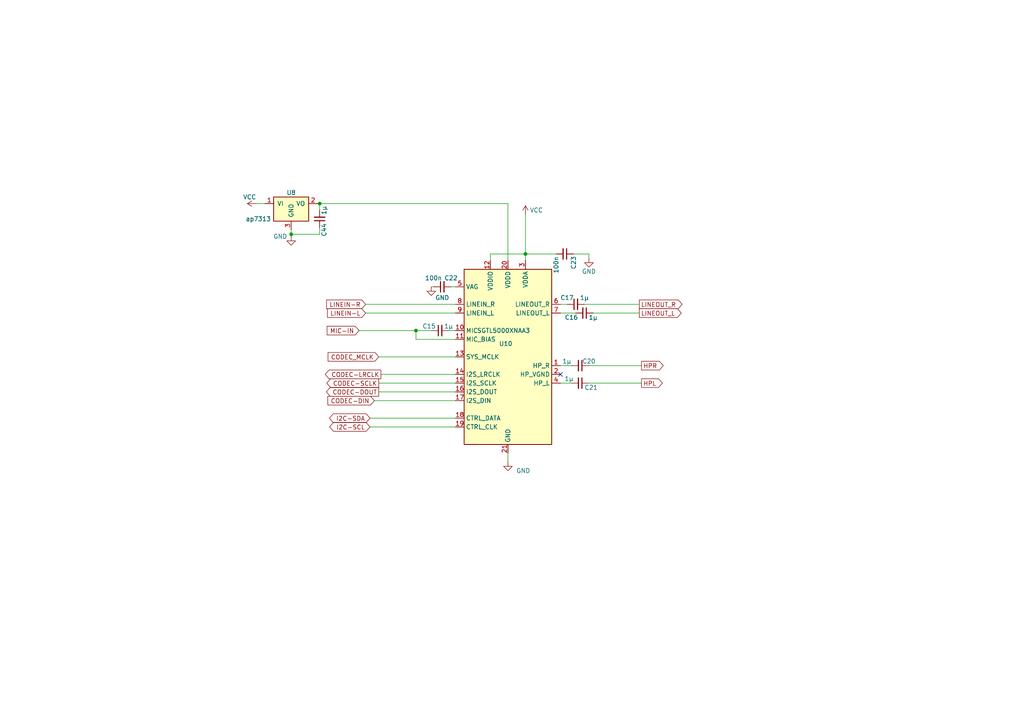
<source format=kicad_sch>
(kicad_sch (version 20230121) (generator eeschema)
  (paper "A4")
  (lib_symbols
    (symbol "Audio:SGTL5000XNLA3"
      (property "Reference" "U" (at 0 0 0))
      (property "Value" "SGTL5000XNLA3" (at -5.08 -27.94 0))
      (symbol "SGTL5000XNLA3_0_1"
        (rectangle (start -12.7 25.4) (end 12.7 -25.4) (stroke (width 0.254)) (fill (type background)))
      )
      (symbol "SGTL5000XNLA3_1_1"
        (pin output line (at 15.24 -2.54 180) (length 2.54) (name "HP_R") (number "1"))
        (pin input line (at -15.24 7.62 0) (length 2.54) (name "MIC") (number "10"))
        (pin input line (at -15.24 5.08 0) (length 2.54) (name "MIC_BIAS") (number "11"))
        (pin power_in line (at -5.08 27.94 270) (length 2.54) (name "VDDIO") (number "12"))
        (pin input line (at -15.24 0 0) (length 2.54) (name "SYS_MCLK") (number "13"))
        (pin input line (at -15.24 -5.08 0) (length 2.54) (name "I2S_LRCLK") (number "14"))
        (pin input line (at -15.24 -7.62 0) (length 2.54) (name "I2S_SCLK") (number "15"))
        (pin output line (at -15.24 -10.16 0) (length 2.54) (name "I2S_DOUT") (number "16"))
        (pin input line (at -15.24 -12.7 0) (length 2.54) (name "I2S_DIN") (number "17"))
        (pin input line (at -15.24 -17.78 0) (length 2.54) (name "CTRL_DATA") (number "18"))
        (pin input line (at -15.24 -20.32 0) (length 2.54) (name "CTRL_CLK") (number "19"))
        (pin power_out line (at 15.24 -5.08 180) (length 2.54) (name "HP_VGND") (number "2"))
        (pin power_in line (at 0 27.94 270) (length 2.54) (name "VDDD") (number "20"))
        (pin power_in line (at 0 -27.94 90) (length 2.54) (name "GND") (number "21"))
        (pin power_in line (at 5.08 27.94 270) (length 2.54) (name "VDDA") (number "3"))
        (pin output line (at 15.24 -7.62 180) (length 2.54) (name "HP_L") (number "4"))
        (pin passive line (at -15.24 20.32 0) (length 2.54) (name "VAG") (number "5"))
        (pin output line (at 15.24 15.24 180) (length 2.54) (name "LINEOUT_R") (number "6"))
        (pin output line (at 15.24 12.7 180) (length 2.54) (name "LINEOUT_L") (number "7"))
        (pin input line (at -15.24 15.24 0) (length 2.54) (name "LINEIN_R") (number "8"))
        (pin input line (at -15.24 12.7 0) (length 2.54) (name "LINEIN_L") (number "9"))
      )
    )
    (symbol "Device:C_Small" (pin_numbers hide) (pin_names (offset 0.254) hide)
      (property "Reference" "C" (at 0.254 1.778 0))
      (property "Value" "C_Small" (at 0.254 -2.032 0))
      (symbol "C_Small_0_1"
        (polyline (pts (xy -1.524 -0.508) (xy 1.524 -0.508)) (stroke (width 0.3302)))
        (polyline (pts (xy -1.524 0.508) (xy 1.524 0.508)) (stroke (width 0.3048)))
      )
      (symbol "C_Small_1_1"
        (pin passive line (at 0 2.54 270) (length 2.032) (name "~") (number "1"))
        (pin passive line (at 0 -2.54 90) (length 2.032) (name "~") (number "2"))
      )
    )
    (symbol "power:GND" (power) (pin_names (offset 0))
      (property "Value" "GND" (at 0 -3.81 0))
      (symbol "GND_0_1"
        (polyline (pts (xy 0 0) (xy 0 -1.27) (xy 1.27 -1.27) (xy 0 -2.54) (xy -1.27 -1.27) (xy 0 -1.27)))
      )
      (symbol "GND_1_1"
        (pin power_in line (at 0 0 270) (length 0) hide (name "GND") (number "1"))
      )
    )
    (symbol "power:VCC" (power) (pin_names (offset 0))
      (property "Value" "VCC" (at 0 3.81 0))
      (symbol "VCC_0_1"
        (polyline (pts (xy -0.762 1.27) (xy 0 2.54)))
        (polyline (pts (xy 0 0) (xy 0 2.54)))
        (polyline (pts (xy 0 2.54) (xy 0.762 1.27)))
      )
      (symbol "VCC_1_1"
        (pin power_in line (at 0 0 90) (length 0) hide (name "VCC") (number "1"))
      )
    )
    (symbol "radiohead-rescue:ap7313-18mpv-Regulator_Linear" (pin_names (offset 1.016))
      (property "Reference" "U" (at 0 0 0))
      (property "Value" "ap7313-18mpv-Regulator_Linear" (at 0 0 0))
      (symbol "ap7313-18mpv-Regulator_Linear_1_1"
        (rectangle (start -5.08 3.175) (end 5.08 -3.81) (stroke (width 0.254)) (fill (type background)))
        (pin power_in line (at -7.62 1.27 0) (length 2.54) (name "VI") (number "1"))
        (pin power_out line (at 7.62 1.27 180) (length 2.54) (name "VO") (number "2"))
        (pin power_in line (at 0 -6.35 90) (length 2.54) (name "GND") (number "3"))
      )
    )
  )
  (junction (at 152.4 73.66))
  (junction (at 92.71 59.055))
  (junction (at 84.455 67.945))
  (junction (at 120.65 95.885))
  (no_connect (at 162.56 108.585))
  (wire (pts (xy 162.56 106.045) (xy 165.735 106.045)))
  (wire (pts (xy 130.81 83.185) (xy 132.08 83.185)))
  (wire (pts (xy 162.56 88.265) (xy 164.465 88.265)))
  (wire (pts (xy 120.65 98.425) (xy 132.08 98.425)))
  (wire (pts (xy 92.71 67.945) (xy 84.455 67.945)))
  (wire (pts (xy 108.585 116.205) (xy 132.08 116.205)))
  (wire (pts (xy 172.085 90.805) (xy 185.42 90.805)))
  (wire (pts (xy 74.295 59.055) (xy 76.835 59.055)))
  (wire (pts (xy 120.65 95.885) (xy 120.65 98.425)))
  (wire (pts (xy 110.49 108.585) (xy 132.08 108.585)))
  (wire (pts (xy 170.815 106.045) (xy 186.055 106.045)))
  (wire (pts (xy 152.4 73.66) (xy 161.29 73.66)))
  (wire (pts (xy 84.455 67.945) (xy 84.455 66.675)))
  (wire (pts (xy 109.855 111.125) (xy 132.08 111.125)))
  (wire (pts (xy 147.32 59.055) (xy 147.32 75.565)))
  (wire (pts (xy 106.045 90.805) (xy 132.08 90.805)))
  (wire (pts (xy 125.095 83.185) (xy 125.73 83.185)))
  (wire (pts (xy 109.855 103.505) (xy 132.08 103.505)))
  (wire (pts (xy 147.32 131.445) (xy 147.32 133.985)))
  (wire (pts (xy 170.815 111.125) (xy 186.055 111.125)))
  (wire (pts (xy 130.175 95.885) (xy 132.08 95.885)))
  (wire (pts (xy 107.315 121.285) (xy 132.08 121.285)))
  (wire (pts (xy 152.4 73.66) (xy 152.4 62.23)))
  (wire (pts (xy 120.65 95.885) (xy 125.095 95.885)))
  (wire (pts (xy 104.14 95.885) (xy 120.65 95.885)))
  (wire (pts (xy 92.075 59.055) (xy 92.71 59.055)))
  (wire (pts (xy 92.71 67.945) (xy 92.71 66.04)))
  (wire (pts (xy 106.045 88.265) (xy 132.08 88.265)))
  (wire (pts (xy 109.855 113.665) (xy 132.08 113.665)))
  (wire (pts (xy 142.24 73.66) (xy 142.24 75.565)))
  (wire (pts (xy 170.815 73.66) (xy 170.815 74.93)))
  (wire (pts (xy 166.37 73.66) (xy 170.815 73.66)))
  (wire (pts (xy 84.455 67.945) (xy 84.455 68.58)))
  (wire (pts (xy 92.71 60.96) (xy 92.71 59.055)))
  (wire (pts (xy 162.56 111.125) (xy 165.735 111.125)))
  (wire (pts (xy 162.56 90.805) (xy 167.005 90.805)))
  (wire (pts (xy 92.71 59.055) (xy 147.32 59.055)))
  (wire (pts (xy 142.24 73.66) (xy 152.4 73.66)))
  (wire (pts (xy 152.4 73.66) (xy 152.4 75.565)))
  (wire (pts (xy 169.545 88.265) (xy 185.42 88.265)))
  (wire (pts (xy 132.08 123.825) (xy 107.315 123.825)))
  (global_label "LINEOUT_L" (shape output) (at 185.42 90.805 0) (property "Intersheetrefs" "${INTERSHEET_REFS}" (effects hide)))
  (global_label "LINEOUT_R" (shape output) (at 185.42 88.265 0) (property "Intersheetrefs" "${INTERSHEET_REFS}" (effects hide)))
  (global_label "HPL" (shape output) (at 186.055 111.125 0) (property "Intersheetrefs" "${INTERSHEET_REFS}" (effects hide)))
  (global_label "I2C-SCL" (shape bidirectional) (at 107.315 123.825 180) (property "Intersheetrefs" "${INTERSHEET_REFS}" (effects hide)))
  (global_label "CODEC-SCLK" (shape output) (at 109.855 111.125 180) (property "Intersheetrefs" "${INTERSHEET_REFS}" (effects hide)))
  (global_label "I2C-SDA" (shape bidirectional) (at 107.315 121.285 180) (property "Intersheetrefs" "${INTERSHEET_REFS}" (effects hide)))
  (global_label "CODEC-LRCLK" (shape output) (at 110.49 108.585 180) (property "Intersheetrefs" "${INTERSHEET_REFS}" (effects hide)))
  (global_label "CODEC-DOUT" (shape output) (at 109.855 113.665 180) (property "Intersheetrefs" "${INTERSHEET_REFS}" (effects hide)))
  (global_label "CODEC_MCLK" (shape input) (at 109.855 103.505 180) (property "Intersheetrefs" "${INTERSHEET_REFS}" (effects hide)))
  (global_label "LINEIN-R" (shape input) (at 106.045 88.265 180) (property "Intersheetrefs" "${INTERSHEET_REFS}" (effects hide)))
  (global_label "HPR" (shape output) (at 186.055 106.045 0) (property "Intersheetrefs" "${INTERSHEET_REFS}" (effects hide)))
  (global_label "CODEC-DIN" (shape input) (at 108.585 116.205 180) (property "Intersheetrefs" "${INTERSHEET_REFS}" (effects hide)))
  (global_label "LINEIN-L" (shape input) (at 106.045 90.805 180) (property "Intersheetrefs" "${INTERSHEET_REFS}" (effects hide)))
  (global_label "MIC-IN" (shape input) (at 104.14 95.885 180) (property "Intersheetrefs" "${INTERSHEET_REFS}" (effects hide)))
  (symbol (lib_id "Device:C_Small") (at 167.005 88.265 90) (mirror x) (unit 1)
    (property "Reference" "C17" (at 164.465 86.36 90))
    (property "Value" "1µ" (at 169.545 86.36 90))
    (property "Footprint" "Capacitor_SMD:C_0603_1608Metric" (effects hide))
    (property "DigiKey Part Number" "1276-1036-1-ND" (effects hide))
    (property "Manufacturer_Part_Number" "CL10A105KQ8NNNC" (effects hide))
    (property "Description" "CAP CER 1UF 6.3V X5R 0603" (effects hide))
    (property "Manufacturer_Name" "Samsung Electro-Mechanics" (effects hide))
  )
  (symbol (lib_id "Device:C_Small") (at 169.545 90.805 270) (mirror x) (unit 1)
    (property "Reference" "C16" (at 165.735 92.075 90))
    (property "Value" "1µ" (at 172.085 92.075 90))
    (property "Footprint" "Capacitor_SMD:C_0603_1608Metric" (effects hide))
    (property "DigiKey Part Number" "1276-1036-1-ND" (effects hide))
    (property "Manufacturer_Part_Number" "CL10A105KQ8NNNC" (effects hide))
    (property "Description" "CAP CER 1UF 6.3V X5R 0603" (effects hide))
    (property "Manufacturer_Name" "Samsung Electro-Mechanics" (effects hide))
  )
  (symbol (lib_id "Device:C_Small") (at 128.27 83.185 90) (mirror x) (unit 1)
    (property "Reference" "C22" (at 130.81 80.645 90))
    (property "Value" "100n" (at 125.73 80.645 90))
    (property "Footprint" "Capacitor_SMD:C_0603_1608Metric" (effects hide))
    (property "DigiKey Part Number" "1276-1033-1-ND" (effects hide))
    (property "Manufacturer_Part_Number" "CL10B104JB8NNNC" (effects hide))
    (property "Description" "0.1 µF ±5% 50V Ceramic Capacitor X7R 0603 (1608 Metric)" (effects hide))
    (property "Manufacturer_Name" "Samsung Electro-Mechanics" (effects hide))
  )
  (symbol (lib_id "power:VCC") (at 152.4 62.23 0) (unit 1)
    (property "Reference" "#PWR078" (effects hide))
    (property "Value" "VCC" (at 155.575 60.96 0))
  )
  (symbol (lib_id "Device:C_Small") (at 127.635 95.885 90) (mirror x) (unit 1)
    (property "Reference" "C15" (at 124.46 94.615 90))
    (property "Value" "1µ" (at 130.175 94.615 90))
    (property "Footprint" "Capacitor_SMD:C_0603_1608Metric" (effects hide))
    (property "DigiKey Part Number" "1276-1036-1-ND" (effects hide))
    (property "Manufacturer_Part_Number" "CL10A105KQ8NNNC" (effects hide))
    (property "Description" "CAP CER 1UF 6.3V X5R 0603" (effects hide))
    (property "Manufacturer_Name" "Samsung Electro-Mechanics" (effects hide))
  )
  (symbol (lib_id "Device:C_Small") (at 168.275 106.045 270) (mirror x) (unit 1)
    (property "Reference" "C20" (at 170.815 104.775 90))
    (property "Value" "1µ" (at 164.465 104.775 90))
    (property "Footprint" "Capacitor_SMD:C_0603_1608Metric" (effects hide))
    (property "DigiKey Part Number" "1276-1036-1-ND" (effects hide))
    (property "Manufacturer_Part_Number" "CL10A105KQ8NNNC" (effects hide))
    (property "Description" "CAP CER 1UF 6.3V X5R 0603" (effects hide))
    (property "Manufacturer_Name" "Samsung Electro-Mechanics" (effects hide))
  )
  (symbol (lib_id "Device:C_Small") (at 163.83 73.66 270) (mirror x) (unit 1)
    (property "Reference" "C23" (at 166.37 76.2 0))
    (property "Value" "100n" (at 161.29 76.835 0))
    (property "Footprint" "Capacitor_SMD:C_0603_1608Metric" (effects hide))
    (property "DigiKey Part Number" "1276-1033-1-ND" (effects hide))
    (property "Manufacturer_Part_Number" "CL10B104JB8NNNC" (effects hide))
    (property "Description" "0.1 µF ±5% 50V Ceramic Capacitor X7R 0603 (1608 Metric)" (effects hide))
    (property "Manufacturer_Name" "Samsung Electro-Mechanics" (effects hide))
  )
  (symbol (lib_id "power:VCC") (at 74.295 59.055 90) (unit 1)
    (property "Reference" "#PWR010" (effects hide))
    (property "Value" "VCC" (at 72.39 57.15 90))
  )
  (symbol (lib_id "Audio:SGTL5000XNLA3") (at 147.32 103.505 0) (unit 1)
    (property "Reference" "U10" (at 146.685 99.695 0))
    (property "Value" "SGTL5000XNAA3" (at 146.05 95.885 0))
    (property "Footprint" "Package_DFN_QFN:QFN-20-1EP_3x3mm_P0.4mm_EP1.65x1.65mm" (effects hide))
    (property "Datasheet" "https://www.nxp.com/docs/en/data-sheet/SGTL5000.pdf" (effects hide))
    (property "DigiKey Part Number" "SGTL5000XNAA3-ND" (effects hide))
    (property "Description" "IC AUDIO CODEC STEREO 20-QFN" (effects hide))
    (property "Manufacturer_Part_Number" "SGTL5000XNLA3" (effects hide))
    (property "Manufacturer_Name" "NXP USA Inc." (effects hide))
  )
  (symbol (lib_id "power:GND") (at 125.095 83.185 0) (unit 1)
    (property "Reference" "#PWR029" (effects hide))
    (property "Value" "GND" (at 128.27 86.36 0))
  )
  (symbol (lib_id "radiohead-rescue:ap7313-18mpv-Regulator_Linear") (at 84.455 60.325 0) (unit 1)
    (property "Reference" "U8" (at 84.455 55.88 0))
    (property "Value" "ap7313" (at 74.93 63.5 0))
    (property "Footprint" "Package_TO_SOT_SMD:SOT-23-3" (effects hide))
    (property "DigiKey Part Number" "AP7313-18SAG-7DICT-ND" (effects hide))
    (property "Description" "IC REG LINEAR 1.8V 150MA SOT23-3" (effects hide))
    (property "Manufacturer_Name" "Diodes Incorporated" (effects hide))
    (property "Manufacturer_Part_Number" "AP7313-18SAG-7" (effects hide))
  )
  (symbol (lib_id "power:GND") (at 170.815 74.93 0) (unit 1)
    (property "Reference" "#PWR079" (effects hide))
    (property "Value" "GND" (at 170.815 78.74 0))
  )
  (symbol (lib_id "Device:C_Small") (at 92.71 63.5 180) (unit 1)
    (property "Reference" "C44" (at 93.98 66.675 90))
    (property "Value" "1µ" (at 93.98 60.96 90))
    (property "Footprint" "Capacitor_SMD:C_0603_1608Metric" (effects hide))
    (property "DigiKey Part Number" "1276-1036-1-ND" (effects hide))
    (property "Manufacturer_Part_Number" "CL10A105KQ8NNNC" (effects hide))
    (property "Description" "CAP CER 1UF 6.3V X5R 0603" (effects hide))
    (property "Manufacturer_Name" "Samsung Electro-Mechanics" (effects hide))
  )
  (symbol (lib_id "power:GND") (at 147.32 133.985 0) (unit 1)
    (property "Reference" "#PWR050" (effects hide))
    (property "Value" "GND" (at 151.765 136.525 0))
  )
  (symbol (lib_id "Device:C_Small") (at 168.275 111.125 270) (mirror x) (unit 1)
    (property "Reference" "C21" (at 171.45 112.395 90))
    (property "Value" "1µ" (at 165.1 109.855 90))
    (property "Footprint" "Capacitor_SMD:C_0603_1608Metric" (effects hide))
    (property "DigiKey Part Number" "1276-1036-1-ND" (effects hide))
    (property "Manufacturer_Part_Number" "CL10A105KQ8NNNC" (effects hide))
    (property "Description" "CAP CER 1UF 6.3V X5R 0603" (effects hide))
    (property "Manufacturer_Name" "Samsung Electro-Mechanics" (effects hide))
  )
  (symbol (lib_id "power:GND") (at 84.455 68.58 0) (unit 1)
    (property "Reference" "#PWR017" (effects hide))
    (property "Value" "GND" (at 81.28 68.58 0))
  )
)
</source>
